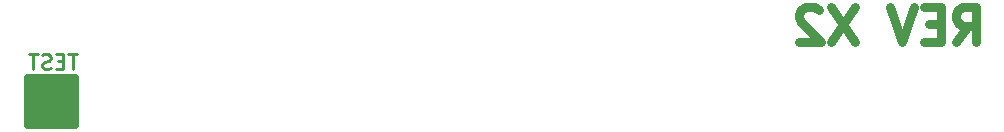
<source format=gbr>
G04 #@! TF.FileFunction,Legend,Bot*
%FSLAX46Y46*%
G04 Gerber Fmt 4.6, Leading zero omitted, Abs format (unit mm)*
G04 Created by KiCad (PCBNEW (after 2015-mar-04 BZR unknown)-product) date 6/9/2017 3:43:27 PM*
%MOMM*%
G01*
G04 APERTURE LIST*
%ADD10C,0.150000*%
%ADD11C,0.750000*%
%ADD12C,0.650000*%
%ADD13C,0.254000*%
G04 APERTURE END LIST*
D10*
D11*
X148462286Y-78319143D02*
X149462286Y-76890571D01*
X150176571Y-78319143D02*
X150176571Y-75319143D01*
X149033714Y-75319143D01*
X148748000Y-75462000D01*
X148605143Y-75604857D01*
X148462286Y-75890571D01*
X148462286Y-76319143D01*
X148605143Y-76604857D01*
X148748000Y-76747714D01*
X149033714Y-76890571D01*
X150176571Y-76890571D01*
X147176571Y-76747714D02*
X146176571Y-76747714D01*
X145748000Y-78319143D02*
X147176571Y-78319143D01*
X147176571Y-75319143D01*
X145748000Y-75319143D01*
X144890857Y-75319143D02*
X143890857Y-78319143D01*
X142890857Y-75319143D01*
X139890857Y-75319143D02*
X137890857Y-78319143D01*
X137890857Y-75319143D02*
X139890857Y-78319143D01*
X136890856Y-75604857D02*
X136747999Y-75462000D01*
X136462285Y-75319143D01*
X135747999Y-75319143D01*
X135462285Y-75462000D01*
X135319428Y-75604857D01*
X135176571Y-75890571D01*
X135176571Y-76176286D01*
X135319428Y-76604857D01*
X137033714Y-78319143D01*
X135176571Y-78319143D01*
D12*
X69882000Y-81312000D02*
X73882000Y-81312000D01*
X73882000Y-81312000D02*
X73882000Y-85312000D01*
X73882000Y-85312000D02*
X69882000Y-85312000D01*
X69882000Y-85312000D02*
X69882000Y-81312000D01*
X69882000Y-81312000D02*
X69882000Y-81812000D01*
X69882000Y-81812000D02*
X73882000Y-81812000D01*
X73882000Y-81812000D02*
X73882000Y-82312000D01*
X73882000Y-82312000D02*
X69882000Y-82312000D01*
X69882000Y-82312000D02*
X69882000Y-82812000D01*
X69882000Y-82812000D02*
X73882000Y-82812000D01*
X73882000Y-82812000D02*
X73882000Y-83312000D01*
X73882000Y-83312000D02*
X69882000Y-83312000D01*
X69882000Y-83312000D02*
X69882000Y-83812000D01*
X69882000Y-83812000D02*
X73382000Y-83812000D01*
X73382000Y-83812000D02*
X73882000Y-83812000D01*
X73882000Y-83812000D02*
X73882000Y-84312000D01*
X73882000Y-84312000D02*
X69882000Y-84312000D01*
X69882000Y-84312000D02*
X69882000Y-84812000D01*
X69882000Y-84812000D02*
X73882000Y-84812000D01*
D13*
X74055953Y-79310023D02*
X73330238Y-79310023D01*
X73693095Y-80580023D02*
X73693095Y-79310023D01*
X72906905Y-79914785D02*
X72483572Y-79914785D01*
X72302143Y-80580023D02*
X72906905Y-80580023D01*
X72906905Y-79310023D01*
X72302143Y-79310023D01*
X71818333Y-80519547D02*
X71636905Y-80580023D01*
X71334524Y-80580023D01*
X71213571Y-80519547D01*
X71153095Y-80459070D01*
X71092619Y-80338118D01*
X71092619Y-80217166D01*
X71153095Y-80096213D01*
X71213571Y-80035737D01*
X71334524Y-79975261D01*
X71576428Y-79914785D01*
X71697381Y-79854309D01*
X71757857Y-79793832D01*
X71818333Y-79672880D01*
X71818333Y-79551928D01*
X71757857Y-79430975D01*
X71697381Y-79370499D01*
X71576428Y-79310023D01*
X71274048Y-79310023D01*
X71092619Y-79370499D01*
X70729762Y-79310023D02*
X70004047Y-79310023D01*
X70366904Y-80580023D02*
X70366904Y-79310023D01*
M02*

</source>
